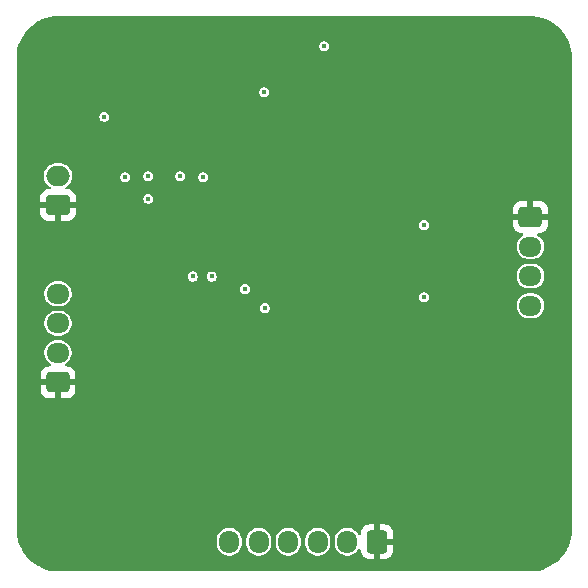
<source format=gbr>
%TF.GenerationSoftware,KiCad,Pcbnew,9.0.7*%
%TF.CreationDate,2026-02-11T09:42:11+01:00*%
%TF.ProjectId,3DN_td_kicad,33444e5f-7464-45f6-9b69-6361642e6b69,1.0*%
%TF.SameCoordinates,Original*%
%TF.FileFunction,Copper,L2,Inr*%
%TF.FilePolarity,Positive*%
%FSLAX46Y46*%
G04 Gerber Fmt 4.6, Leading zero omitted, Abs format (unit mm)*
G04 Created by KiCad (PCBNEW 9.0.7) date 2026-02-11 09:42:11*
%MOMM*%
%LPD*%
G01*
G04 APERTURE LIST*
G04 Aperture macros list*
%AMRoundRect*
0 Rectangle with rounded corners*
0 $1 Rounding radius*
0 $2 $3 $4 $5 $6 $7 $8 $9 X,Y pos of 4 corners*
0 Add a 4 corners polygon primitive as box body*
4,1,4,$2,$3,$4,$5,$6,$7,$8,$9,$2,$3,0*
0 Add four circle primitives for the rounded corners*
1,1,$1+$1,$2,$3*
1,1,$1+$1,$4,$5*
1,1,$1+$1,$6,$7*
1,1,$1+$1,$8,$9*
0 Add four rect primitives between the rounded corners*
20,1,$1+$1,$2,$3,$4,$5,0*
20,1,$1+$1,$4,$5,$6,$7,0*
20,1,$1+$1,$6,$7,$8,$9,0*
20,1,$1+$1,$8,$9,$2,$3,0*%
G04 Aperture macros list end*
%TA.AperFunction,ComponentPad*%
%ADD10RoundRect,0.250000X0.750000X-0.600000X0.750000X0.600000X-0.750000X0.600000X-0.750000X-0.600000X0*%
%TD*%
%TA.AperFunction,ComponentPad*%
%ADD11O,2.000000X1.700000*%
%TD*%
%TA.AperFunction,ComponentPad*%
%ADD12RoundRect,0.250000X-0.725000X0.600000X-0.725000X-0.600000X0.725000X-0.600000X0.725000X0.600000X0*%
%TD*%
%TA.AperFunction,ComponentPad*%
%ADD13O,1.950000X1.700000*%
%TD*%
%TA.AperFunction,ComponentPad*%
%ADD14RoundRect,0.250000X0.600000X0.725000X-0.600000X0.725000X-0.600000X-0.725000X0.600000X-0.725000X0*%
%TD*%
%TA.AperFunction,ComponentPad*%
%ADD15O,1.700000X1.950000*%
%TD*%
%TA.AperFunction,ComponentPad*%
%ADD16RoundRect,0.250000X0.725000X-0.600000X0.725000X0.600000X-0.725000X0.600000X-0.725000X-0.600000X0*%
%TD*%
%TA.AperFunction,ComponentPad*%
%ADD17C,0.800000*%
%TD*%
%TA.AperFunction,ComponentPad*%
%ADD18C,6.400000*%
%TD*%
%TA.AperFunction,ViaPad*%
%ADD19C,0.450000*%
%TD*%
G04 APERTURE END LIST*
D10*
%TO.N,GND*%
%TO.C,J5*%
X100000000Y-112500000D03*
D11*
%TO.N,+5V*%
X100000000Y-110000000D03*
%TD*%
D12*
%TO.N,GND*%
%TO.C,J4*%
X140000000Y-113500000D03*
D13*
%TO.N,/I2C2_SDA*%
X140000000Y-116000000D03*
%TO.N,/I2C2_SCL*%
X140000000Y-118500000D03*
%TO.N,+3.3V*%
X140000000Y-121000000D03*
%TD*%
D14*
%TO.N,GND*%
%TO.C,J3*%
X127000000Y-141000000D03*
D15*
%TO.N,/SPI1_MOSI*%
X124500000Y-141000000D03*
%TO.N,/SPI1_MISO*%
X122000000Y-141000000D03*
%TO.N,/SPI1_SCK*%
X119500000Y-141000000D03*
%TO.N,/SPI1_NSS*%
X117000000Y-141000000D03*
%TO.N,+3.3V*%
X114500000Y-141000000D03*
%TD*%
D16*
%TO.N,GND*%
%TO.C,J2*%
X100000000Y-127500000D03*
D13*
%TO.N,/ADC_IN1*%
X100000000Y-125000000D03*
%TO.N,/ADC_IN0*%
X100000000Y-122500000D03*
%TO.N,+3.3V*%
X100000000Y-120000000D03*
%TD*%
D17*
%TO.N,GND*%
%TO.C,H4*%
X137600000Y-140000000D03*
X138302944Y-138302944D03*
X138302944Y-141697056D03*
X140000000Y-137600000D03*
D18*
X140000000Y-140000000D03*
D17*
X140000000Y-142400000D03*
X141697056Y-138302944D03*
X141697056Y-141697056D03*
X142400000Y-140000000D03*
%TD*%
%TO.N,GND*%
%TO.C,H3*%
X97600000Y-140000000D03*
X98302944Y-138302944D03*
X98302944Y-141697056D03*
X100000000Y-137600000D03*
D18*
X100000000Y-140000000D03*
D17*
X100000000Y-142400000D03*
X101697056Y-138302944D03*
X101697056Y-141697056D03*
X102400000Y-140000000D03*
%TD*%
%TO.N,GND*%
%TO.C,H2*%
X137600000Y-100000000D03*
X138302944Y-98302944D03*
X138302944Y-101697056D03*
X140000000Y-97600000D03*
D18*
X140000000Y-100000000D03*
D17*
X140000000Y-102400000D03*
X141697056Y-98302944D03*
X141697056Y-101697056D03*
X142400000Y-100000000D03*
%TD*%
%TO.N,GND*%
%TO.C,H1*%
X97600000Y-100000000D03*
X98302944Y-98302944D03*
X98302944Y-101697056D03*
X100000000Y-97600000D03*
D18*
X100000000Y-100000000D03*
D17*
X100000000Y-102400000D03*
X101697056Y-98302944D03*
X101697056Y-101697056D03*
X102400000Y-100000000D03*
%TD*%
D19*
%TO.N,/nRST*%
X117460000Y-102950000D03*
X117500000Y-121200000D03*
%TO.N,GND*%
X135000000Y-141875000D03*
X132000000Y-141875000D03*
X111337500Y-121900000D03*
X113000000Y-120262500D03*
X111400000Y-120262500D03*
%TO.N,+3.3V*%
X111400000Y-118537500D03*
X113000000Y-118537500D03*
%TO.N,GND*%
X115825000Y-120400000D03*
%TO.N,+3.3V*%
X115825000Y-119600000D03*
X131000000Y-114187500D03*
X131000000Y-120312500D03*
X122540000Y-99050000D03*
%TO.N,GND*%
X117460000Y-99050000D03*
X121270000Y-99050000D03*
X120000000Y-99050000D03*
X98125000Y-105000000D03*
%TO.N,+3.3V*%
X103912500Y-105000000D03*
%TO.N,GND*%
X112300000Y-111862500D03*
%TO.N,+3.3V*%
X112300000Y-110137500D03*
X110350000Y-110050000D03*
%TO.N,+5V*%
X105700000Y-110137500D03*
%TO.N,GND*%
X105700000Y-111862500D03*
X107650000Y-111000000D03*
%TO.N,+5V*%
X107650000Y-111950000D03*
X107650000Y-110050000D03*
%TD*%
%TA.AperFunction,Conductor*%
%TO.N,GND*%
G36*
X140003032Y-96500648D02*
G01*
X140336929Y-96517052D01*
X140349037Y-96518245D01*
X140452146Y-96533539D01*
X140676699Y-96566849D01*
X140688617Y-96569219D01*
X141009951Y-96649709D01*
X141021588Y-96653240D01*
X141092806Y-96678722D01*
X141333467Y-96764832D01*
X141344688Y-96769479D01*
X141644163Y-96911120D01*
X141654871Y-96916844D01*
X141938988Y-97087137D01*
X141949106Y-97093897D01*
X142215170Y-97291224D01*
X142224576Y-97298944D01*
X142470013Y-97521395D01*
X142478604Y-97529986D01*
X142665755Y-97736475D01*
X142701055Y-97775423D01*
X142708775Y-97784829D01*
X142906102Y-98050893D01*
X142912862Y-98061011D01*
X143041776Y-98276092D01*
X143083148Y-98345116D01*
X143088883Y-98355844D01*
X143229662Y-98653497D01*
X143230514Y-98655297D01*
X143235170Y-98666540D01*
X143346759Y-98978411D01*
X143350292Y-98990055D01*
X143430777Y-99311369D01*
X143433151Y-99323305D01*
X143481754Y-99650962D01*
X143482947Y-99663071D01*
X143499351Y-99996966D01*
X143499500Y-100003051D01*
X143499500Y-139996948D01*
X143499351Y-140003033D01*
X143482947Y-140336928D01*
X143481754Y-140349037D01*
X143433151Y-140676694D01*
X143430777Y-140688630D01*
X143350292Y-141009944D01*
X143346759Y-141021588D01*
X143235170Y-141333459D01*
X143230514Y-141344702D01*
X143088885Y-141644151D01*
X143083148Y-141654883D01*
X142912862Y-141938988D01*
X142906102Y-141949106D01*
X142708775Y-142215170D01*
X142701055Y-142224576D01*
X142478611Y-142470006D01*
X142470006Y-142478611D01*
X142224576Y-142701055D01*
X142215170Y-142708775D01*
X141949106Y-142906102D01*
X141938988Y-142912862D01*
X141654883Y-143083148D01*
X141644151Y-143088885D01*
X141344702Y-143230514D01*
X141333459Y-143235170D01*
X141021588Y-143346759D01*
X141009944Y-143350292D01*
X140688630Y-143430777D01*
X140676694Y-143433151D01*
X140349037Y-143481754D01*
X140336928Y-143482947D01*
X140021989Y-143498419D01*
X140003031Y-143499351D01*
X139996949Y-143499500D01*
X100003051Y-143499500D01*
X99996968Y-143499351D01*
X99976900Y-143498365D01*
X99663071Y-143482947D01*
X99650962Y-143481754D01*
X99323305Y-143433151D01*
X99311369Y-143430777D01*
X98990055Y-143350292D01*
X98978411Y-143346759D01*
X98666540Y-143235170D01*
X98655301Y-143230515D01*
X98355844Y-143088883D01*
X98345121Y-143083150D01*
X98061011Y-142912862D01*
X98050893Y-142906102D01*
X97784829Y-142708775D01*
X97775423Y-142701055D01*
X97736475Y-142665755D01*
X97529986Y-142478604D01*
X97521395Y-142470013D01*
X97298944Y-142224576D01*
X97291224Y-142215170D01*
X97093895Y-141949103D01*
X97087137Y-141938988D01*
X97050401Y-141877697D01*
X96916844Y-141654871D01*
X96911120Y-141644163D01*
X96769479Y-141344688D01*
X96764829Y-141333459D01*
X96653240Y-141021588D01*
X96649707Y-141009943D01*
X96596010Y-140795572D01*
X96589988Y-140771530D01*
X113449500Y-140771530D01*
X113449500Y-141228469D01*
X113489868Y-141431412D01*
X113489870Y-141431420D01*
X113555485Y-141589829D01*
X113569059Y-141622598D01*
X113590631Y-141654883D01*
X113684024Y-141794657D01*
X113830342Y-141940975D01*
X113830345Y-141940977D01*
X114002402Y-142055941D01*
X114193580Y-142135130D01*
X114396530Y-142175499D01*
X114396534Y-142175500D01*
X114396535Y-142175500D01*
X114603466Y-142175500D01*
X114603467Y-142175499D01*
X114806420Y-142135130D01*
X114997598Y-142055941D01*
X115169655Y-141940977D01*
X115315977Y-141794655D01*
X115430941Y-141622598D01*
X115510130Y-141431420D01*
X115550500Y-141228465D01*
X115550500Y-140771535D01*
X115550499Y-140771530D01*
X115949500Y-140771530D01*
X115949500Y-141228469D01*
X115989868Y-141431412D01*
X115989870Y-141431420D01*
X116055485Y-141589829D01*
X116069059Y-141622598D01*
X116090631Y-141654883D01*
X116184024Y-141794657D01*
X116330342Y-141940975D01*
X116330345Y-141940977D01*
X116502402Y-142055941D01*
X116693580Y-142135130D01*
X116896530Y-142175499D01*
X116896534Y-142175500D01*
X116896535Y-142175500D01*
X117103466Y-142175500D01*
X117103467Y-142175499D01*
X117306420Y-142135130D01*
X117497598Y-142055941D01*
X117669655Y-141940977D01*
X117815977Y-141794655D01*
X117930941Y-141622598D01*
X118010130Y-141431420D01*
X118050500Y-141228465D01*
X118050500Y-140771535D01*
X118050499Y-140771530D01*
X118449500Y-140771530D01*
X118449500Y-141228469D01*
X118489868Y-141431412D01*
X118489870Y-141431420D01*
X118555485Y-141589829D01*
X118569059Y-141622598D01*
X118590631Y-141654883D01*
X118684024Y-141794657D01*
X118830342Y-141940975D01*
X118830345Y-141940977D01*
X119002402Y-142055941D01*
X119193580Y-142135130D01*
X119396530Y-142175499D01*
X119396534Y-142175500D01*
X119396535Y-142175500D01*
X119603466Y-142175500D01*
X119603467Y-142175499D01*
X119806420Y-142135130D01*
X119997598Y-142055941D01*
X120169655Y-141940977D01*
X120315977Y-141794655D01*
X120430941Y-141622598D01*
X120510130Y-141431420D01*
X120550500Y-141228465D01*
X120550500Y-140771535D01*
X120550499Y-140771530D01*
X120949500Y-140771530D01*
X120949500Y-141228469D01*
X120989868Y-141431412D01*
X120989870Y-141431420D01*
X121055485Y-141589829D01*
X121069059Y-141622598D01*
X121090631Y-141654883D01*
X121184024Y-141794657D01*
X121330342Y-141940975D01*
X121330345Y-141940977D01*
X121502402Y-142055941D01*
X121693580Y-142135130D01*
X121896530Y-142175499D01*
X121896534Y-142175500D01*
X121896535Y-142175500D01*
X122103466Y-142175500D01*
X122103467Y-142175499D01*
X122306420Y-142135130D01*
X122497598Y-142055941D01*
X122669655Y-141940977D01*
X122815977Y-141794655D01*
X122930941Y-141622598D01*
X123010130Y-141431420D01*
X123050500Y-141228465D01*
X123050500Y-140771535D01*
X123050499Y-140771530D01*
X123449500Y-140771530D01*
X123449500Y-141228469D01*
X123489868Y-141431412D01*
X123489870Y-141431420D01*
X123555485Y-141589829D01*
X123569059Y-141622598D01*
X123590631Y-141654883D01*
X123684024Y-141794657D01*
X123830342Y-141940975D01*
X123830345Y-141940977D01*
X124002402Y-142055941D01*
X124193580Y-142135130D01*
X124396530Y-142175499D01*
X124396534Y-142175500D01*
X124396535Y-142175500D01*
X124603466Y-142175500D01*
X124603467Y-142175499D01*
X124806420Y-142135130D01*
X124997598Y-142055941D01*
X125169655Y-141940977D01*
X125315977Y-141794655D01*
X125422901Y-141634630D01*
X125476509Y-141589829D01*
X125545834Y-141581120D01*
X125608861Y-141611274D01*
X125645581Y-141670717D01*
X125650000Y-141703522D01*
X125650000Y-141774970D01*
X125650001Y-141774987D01*
X125660494Y-141877697D01*
X125715641Y-142044119D01*
X125715643Y-142044124D01*
X125807684Y-142193345D01*
X125931654Y-142317315D01*
X126080875Y-142409356D01*
X126080880Y-142409358D01*
X126247302Y-142464505D01*
X126247309Y-142464506D01*
X126350019Y-142474999D01*
X126749999Y-142474999D01*
X126750000Y-142474998D01*
X126750000Y-141404145D01*
X126816657Y-141442630D01*
X126937465Y-141475000D01*
X127062535Y-141475000D01*
X127183343Y-141442630D01*
X127250000Y-141404145D01*
X127250000Y-142474999D01*
X127649972Y-142474999D01*
X127649986Y-142474998D01*
X127752697Y-142464505D01*
X127919119Y-142409358D01*
X127919124Y-142409356D01*
X128068345Y-142317315D01*
X128192315Y-142193345D01*
X128284356Y-142044124D01*
X128284358Y-142044119D01*
X128339505Y-141877697D01*
X128339506Y-141877690D01*
X128349999Y-141774986D01*
X128350000Y-141774973D01*
X128350000Y-141250000D01*
X127404146Y-141250000D01*
X127442630Y-141183343D01*
X127475000Y-141062535D01*
X127475000Y-140937465D01*
X127442630Y-140816657D01*
X127404146Y-140750000D01*
X128349999Y-140750000D01*
X128349999Y-140225028D01*
X128349998Y-140225013D01*
X128339505Y-140122302D01*
X128284358Y-139955880D01*
X128284356Y-139955875D01*
X128192315Y-139806654D01*
X128068345Y-139682684D01*
X127919124Y-139590643D01*
X127919119Y-139590641D01*
X127752697Y-139535494D01*
X127752690Y-139535493D01*
X127649986Y-139525000D01*
X127250000Y-139525000D01*
X127250000Y-140595854D01*
X127183343Y-140557370D01*
X127062535Y-140525000D01*
X126937465Y-140525000D01*
X126816657Y-140557370D01*
X126750000Y-140595854D01*
X126750000Y-139525000D01*
X126350028Y-139525000D01*
X126350012Y-139525001D01*
X126247302Y-139535494D01*
X126080880Y-139590641D01*
X126080875Y-139590643D01*
X125931654Y-139682684D01*
X125807684Y-139806654D01*
X125715643Y-139955875D01*
X125715641Y-139955880D01*
X125660494Y-140122302D01*
X125660493Y-140122309D01*
X125650000Y-140225013D01*
X125650000Y-140296473D01*
X125630315Y-140363512D01*
X125577511Y-140409267D01*
X125508353Y-140419211D01*
X125444797Y-140390186D01*
X125422898Y-140365363D01*
X125315980Y-140205349D01*
X125315974Y-140205341D01*
X125169657Y-140059024D01*
X125076753Y-139996948D01*
X124997598Y-139944059D01*
X124973574Y-139934108D01*
X124806420Y-139864870D01*
X124806412Y-139864868D01*
X124603469Y-139824500D01*
X124603465Y-139824500D01*
X124396535Y-139824500D01*
X124396530Y-139824500D01*
X124193587Y-139864868D01*
X124193579Y-139864870D01*
X124002403Y-139944058D01*
X123830342Y-140059024D01*
X123684024Y-140205342D01*
X123569058Y-140377403D01*
X123489870Y-140568579D01*
X123489868Y-140568587D01*
X123449500Y-140771530D01*
X123050499Y-140771530D01*
X123010130Y-140568580D01*
X122930941Y-140377402D01*
X122815977Y-140205345D01*
X122815975Y-140205342D01*
X122669657Y-140059024D01*
X122576753Y-139996948D01*
X122497598Y-139944059D01*
X122473574Y-139934108D01*
X122306420Y-139864870D01*
X122306412Y-139864868D01*
X122103469Y-139824500D01*
X122103465Y-139824500D01*
X121896535Y-139824500D01*
X121896530Y-139824500D01*
X121693587Y-139864868D01*
X121693579Y-139864870D01*
X121502403Y-139944058D01*
X121330342Y-140059024D01*
X121184024Y-140205342D01*
X121069058Y-140377403D01*
X120989870Y-140568579D01*
X120989868Y-140568587D01*
X120949500Y-140771530D01*
X120550499Y-140771530D01*
X120510130Y-140568580D01*
X120430941Y-140377402D01*
X120315977Y-140205345D01*
X120315975Y-140205342D01*
X120169657Y-140059024D01*
X120076753Y-139996948D01*
X119997598Y-139944059D01*
X119973574Y-139934108D01*
X119806420Y-139864870D01*
X119806412Y-139864868D01*
X119603469Y-139824500D01*
X119603465Y-139824500D01*
X119396535Y-139824500D01*
X119396530Y-139824500D01*
X119193587Y-139864868D01*
X119193579Y-139864870D01*
X119002403Y-139944058D01*
X118830342Y-140059024D01*
X118684024Y-140205342D01*
X118569058Y-140377403D01*
X118489870Y-140568579D01*
X118489868Y-140568587D01*
X118449500Y-140771530D01*
X118050499Y-140771530D01*
X118010130Y-140568580D01*
X117930941Y-140377402D01*
X117815977Y-140205345D01*
X117815975Y-140205342D01*
X117669657Y-140059024D01*
X117576753Y-139996948D01*
X117497598Y-139944059D01*
X117473574Y-139934108D01*
X117306420Y-139864870D01*
X117306412Y-139864868D01*
X117103469Y-139824500D01*
X117103465Y-139824500D01*
X116896535Y-139824500D01*
X116896530Y-139824500D01*
X116693587Y-139864868D01*
X116693579Y-139864870D01*
X116502403Y-139944058D01*
X116330342Y-140059024D01*
X116184024Y-140205342D01*
X116069058Y-140377403D01*
X115989870Y-140568579D01*
X115989868Y-140568587D01*
X115949500Y-140771530D01*
X115550499Y-140771530D01*
X115510130Y-140568580D01*
X115430941Y-140377402D01*
X115315977Y-140205345D01*
X115315975Y-140205342D01*
X115169657Y-140059024D01*
X115076753Y-139996948D01*
X114997598Y-139944059D01*
X114973574Y-139934108D01*
X114806420Y-139864870D01*
X114806412Y-139864868D01*
X114603469Y-139824500D01*
X114603465Y-139824500D01*
X114396535Y-139824500D01*
X114396530Y-139824500D01*
X114193587Y-139864868D01*
X114193579Y-139864870D01*
X114002403Y-139944058D01*
X113830342Y-140059024D01*
X113684024Y-140205342D01*
X113569058Y-140377403D01*
X113489870Y-140568579D01*
X113489868Y-140568587D01*
X113449500Y-140771530D01*
X96589988Y-140771530D01*
X96574160Y-140708343D01*
X96569219Y-140688617D01*
X96566848Y-140676694D01*
X96544346Y-140525000D01*
X96522453Y-140377403D01*
X96518245Y-140349037D01*
X96517052Y-140336927D01*
X96500649Y-140003032D01*
X96500500Y-139996948D01*
X96500500Y-126850013D01*
X98525000Y-126850013D01*
X98525000Y-127250000D01*
X99595854Y-127250000D01*
X99557370Y-127316657D01*
X99525000Y-127437465D01*
X99525000Y-127562535D01*
X99557370Y-127683343D01*
X99595854Y-127750000D01*
X98525001Y-127750000D01*
X98525001Y-128149986D01*
X98535494Y-128252697D01*
X98590641Y-128419119D01*
X98590643Y-128419124D01*
X98682684Y-128568345D01*
X98806654Y-128692315D01*
X98955875Y-128784356D01*
X98955880Y-128784358D01*
X99122302Y-128839505D01*
X99122309Y-128839506D01*
X99225019Y-128849999D01*
X99749999Y-128849999D01*
X99750000Y-128849998D01*
X99750000Y-127904145D01*
X99816657Y-127942630D01*
X99937465Y-127975000D01*
X100062535Y-127975000D01*
X100183343Y-127942630D01*
X100250000Y-127904145D01*
X100250000Y-128849999D01*
X100774972Y-128849999D01*
X100774986Y-128849998D01*
X100877697Y-128839505D01*
X101044119Y-128784358D01*
X101044124Y-128784356D01*
X101193345Y-128692315D01*
X101317315Y-128568345D01*
X101409356Y-128419124D01*
X101409358Y-128419119D01*
X101464505Y-128252697D01*
X101464506Y-128252690D01*
X101474999Y-128149986D01*
X101475000Y-128149973D01*
X101475000Y-127750000D01*
X100404146Y-127750000D01*
X100442630Y-127683343D01*
X100475000Y-127562535D01*
X100475000Y-127437465D01*
X100442630Y-127316657D01*
X100404146Y-127250000D01*
X101474999Y-127250000D01*
X101474999Y-126850028D01*
X101474998Y-126850013D01*
X101464505Y-126747302D01*
X101409358Y-126580880D01*
X101409356Y-126580875D01*
X101317315Y-126431654D01*
X101193345Y-126307684D01*
X101044124Y-126215643D01*
X101044119Y-126215641D01*
X100877697Y-126160494D01*
X100877690Y-126160493D01*
X100774986Y-126150000D01*
X100703526Y-126150000D01*
X100636487Y-126130315D01*
X100590732Y-126077511D01*
X100580788Y-126008353D01*
X100609813Y-125944797D01*
X100634633Y-125922899D01*
X100794655Y-125815977D01*
X100940977Y-125669655D01*
X101055941Y-125497598D01*
X101135130Y-125306420D01*
X101175500Y-125103465D01*
X101175500Y-124896535D01*
X101135130Y-124693580D01*
X101055941Y-124502402D01*
X100940977Y-124330345D01*
X100940975Y-124330342D01*
X100794657Y-124184024D01*
X100708626Y-124126541D01*
X100622598Y-124069059D01*
X100431420Y-123989870D01*
X100431412Y-123989868D01*
X100228469Y-123949500D01*
X100228465Y-123949500D01*
X99771535Y-123949500D01*
X99771530Y-123949500D01*
X99568587Y-123989868D01*
X99568579Y-123989870D01*
X99377403Y-124069058D01*
X99205342Y-124184024D01*
X99059024Y-124330342D01*
X98944058Y-124502403D01*
X98864870Y-124693579D01*
X98864868Y-124693587D01*
X98824500Y-124896530D01*
X98824500Y-125103469D01*
X98864868Y-125306412D01*
X98864870Y-125306420D01*
X98944058Y-125497596D01*
X99059024Y-125669657D01*
X99205342Y-125815975D01*
X99205345Y-125815977D01*
X99365367Y-125922899D01*
X99410170Y-125976509D01*
X99418878Y-126045834D01*
X99388724Y-126108862D01*
X99329282Y-126145581D01*
X99296477Y-126150000D01*
X99225029Y-126150000D01*
X99225012Y-126150001D01*
X99122302Y-126160494D01*
X98955880Y-126215641D01*
X98955875Y-126215643D01*
X98806654Y-126307684D01*
X98682684Y-126431654D01*
X98590643Y-126580875D01*
X98590641Y-126580880D01*
X98535494Y-126747302D01*
X98535493Y-126747309D01*
X98525000Y-126850013D01*
X96500500Y-126850013D01*
X96500500Y-122396530D01*
X98824500Y-122396530D01*
X98824500Y-122603469D01*
X98864868Y-122806412D01*
X98864870Y-122806420D01*
X98944058Y-122997596D01*
X99059024Y-123169657D01*
X99205342Y-123315975D01*
X99205345Y-123315977D01*
X99377402Y-123430941D01*
X99568580Y-123510130D01*
X99771530Y-123550499D01*
X99771534Y-123550500D01*
X99771535Y-123550500D01*
X100228466Y-123550500D01*
X100228467Y-123550499D01*
X100431420Y-123510130D01*
X100622598Y-123430941D01*
X100794655Y-123315977D01*
X100940977Y-123169655D01*
X101055941Y-122997598D01*
X101135130Y-122806420D01*
X101175500Y-122603465D01*
X101175500Y-122396535D01*
X101135130Y-122193580D01*
X101055941Y-122002402D01*
X100940977Y-121830345D01*
X100940975Y-121830342D01*
X100794657Y-121684024D01*
X100663671Y-121596503D01*
X100622598Y-121569059D01*
X100553607Y-121540482D01*
X100431420Y-121489870D01*
X100431412Y-121489868D01*
X100228469Y-121449500D01*
X100228465Y-121449500D01*
X99771535Y-121449500D01*
X99771530Y-121449500D01*
X99568587Y-121489868D01*
X99568579Y-121489870D01*
X99377403Y-121569058D01*
X99205342Y-121684024D01*
X99059024Y-121830342D01*
X98944058Y-122002403D01*
X98864870Y-122193579D01*
X98864868Y-122193587D01*
X98824500Y-122396530D01*
X96500500Y-122396530D01*
X96500500Y-121143982D01*
X117074500Y-121143982D01*
X117074500Y-121256018D01*
X117103497Y-121364237D01*
X117159515Y-121461263D01*
X117238737Y-121540485D01*
X117335763Y-121596503D01*
X117443982Y-121625500D01*
X117443984Y-121625500D01*
X117556016Y-121625500D01*
X117556018Y-121625500D01*
X117664237Y-121596503D01*
X117761263Y-121540485D01*
X117840485Y-121461263D01*
X117896503Y-121364237D01*
X117925500Y-121256018D01*
X117925500Y-121143982D01*
X117896503Y-121035763D01*
X117848253Y-120952192D01*
X117840489Y-120938743D01*
X117840486Y-120938740D01*
X117840485Y-120938737D01*
X117798278Y-120896530D01*
X138824500Y-120896530D01*
X138824500Y-121103469D01*
X138864868Y-121306412D01*
X138864870Y-121306420D01*
X138944058Y-121497596D01*
X139059024Y-121669657D01*
X139205342Y-121815975D01*
X139205345Y-121815977D01*
X139377402Y-121930941D01*
X139568580Y-122010130D01*
X139771530Y-122050499D01*
X139771534Y-122050500D01*
X139771535Y-122050500D01*
X140228466Y-122050500D01*
X140228467Y-122050499D01*
X140431420Y-122010130D01*
X140622598Y-121930941D01*
X140794655Y-121815977D01*
X140940977Y-121669655D01*
X141055941Y-121497598D01*
X141135130Y-121306420D01*
X141175500Y-121103465D01*
X141175500Y-120896535D01*
X141135130Y-120693580D01*
X141055941Y-120502402D01*
X140940977Y-120330345D01*
X140940975Y-120330342D01*
X140794657Y-120184024D01*
X140708626Y-120126541D01*
X140622598Y-120069059D01*
X140579579Y-120051240D01*
X140431420Y-119989870D01*
X140431412Y-119989868D01*
X140228469Y-119949500D01*
X140228465Y-119949500D01*
X139771535Y-119949500D01*
X139771530Y-119949500D01*
X139568587Y-119989868D01*
X139568579Y-119989870D01*
X139377403Y-120069058D01*
X139205342Y-120184024D01*
X139059024Y-120330342D01*
X138944058Y-120502403D01*
X138864870Y-120693579D01*
X138864868Y-120693587D01*
X138824500Y-120896530D01*
X117798278Y-120896530D01*
X117761263Y-120859515D01*
X117664237Y-120803497D01*
X117556018Y-120774500D01*
X117443982Y-120774500D01*
X117335763Y-120803497D01*
X117335760Y-120803498D01*
X117238740Y-120859513D01*
X117238734Y-120859517D01*
X117159517Y-120938734D01*
X117159513Y-120938740D01*
X117103498Y-121035760D01*
X117103497Y-121035763D01*
X117074500Y-121143982D01*
X96500500Y-121143982D01*
X96500500Y-119896530D01*
X98824500Y-119896530D01*
X98824500Y-120103469D01*
X98864868Y-120306412D01*
X98864870Y-120306420D01*
X98935417Y-120476736D01*
X98944059Y-120497598D01*
X98994952Y-120573765D01*
X99059024Y-120669657D01*
X99205342Y-120815975D01*
X99205345Y-120815977D01*
X99377402Y-120930941D01*
X99568580Y-121010130D01*
X99697432Y-121035760D01*
X99771530Y-121050499D01*
X99771534Y-121050500D01*
X99771535Y-121050500D01*
X100228466Y-121050500D01*
X100228467Y-121050499D01*
X100282431Y-121039765D01*
X100410770Y-121014238D01*
X100420082Y-121012385D01*
X100431420Y-121010130D01*
X100622598Y-120930941D01*
X100794655Y-120815977D01*
X100940977Y-120669655D01*
X101055941Y-120497598D01*
X101135130Y-120306420D01*
X101145063Y-120256482D01*
X130574500Y-120256482D01*
X130574500Y-120368518D01*
X130603497Y-120476737D01*
X130659515Y-120573763D01*
X130738737Y-120652985D01*
X130835763Y-120709003D01*
X130943982Y-120738000D01*
X130943984Y-120738000D01*
X131056016Y-120738000D01*
X131056018Y-120738000D01*
X131164237Y-120709003D01*
X131261263Y-120652985D01*
X131340485Y-120573763D01*
X131396503Y-120476737D01*
X131425500Y-120368518D01*
X131425500Y-120256482D01*
X131396503Y-120148263D01*
X131340485Y-120051237D01*
X131261263Y-119972015D01*
X131164237Y-119915997D01*
X131056018Y-119887000D01*
X130943982Y-119887000D01*
X130835763Y-119915997D01*
X130835760Y-119915998D01*
X130738740Y-119972013D01*
X130738734Y-119972017D01*
X130659517Y-120051234D01*
X130659513Y-120051240D01*
X130603498Y-120148260D01*
X130603497Y-120148263D01*
X130574500Y-120256482D01*
X101145063Y-120256482D01*
X101175500Y-120103465D01*
X101175500Y-119896535D01*
X101135130Y-119693580D01*
X101135128Y-119693575D01*
X101089454Y-119583307D01*
X101073165Y-119543982D01*
X115399500Y-119543982D01*
X115399500Y-119656018D01*
X115428497Y-119764237D01*
X115484515Y-119861263D01*
X115563737Y-119940485D01*
X115660763Y-119996503D01*
X115768982Y-120025500D01*
X115768984Y-120025500D01*
X115881016Y-120025500D01*
X115881018Y-120025500D01*
X115989237Y-119996503D01*
X116086263Y-119940485D01*
X116165485Y-119861263D01*
X116221503Y-119764237D01*
X116250500Y-119656018D01*
X116250500Y-119543982D01*
X116221503Y-119435763D01*
X116165485Y-119338737D01*
X116086263Y-119259515D01*
X115989237Y-119203497D01*
X115881018Y-119174500D01*
X115768982Y-119174500D01*
X115660763Y-119203497D01*
X115660760Y-119203498D01*
X115563740Y-119259513D01*
X115563734Y-119259517D01*
X115484517Y-119338734D01*
X115484513Y-119338740D01*
X115428498Y-119435760D01*
X115428497Y-119435763D01*
X115399500Y-119543982D01*
X101073165Y-119543982D01*
X101055942Y-119502404D01*
X101011414Y-119435763D01*
X100940977Y-119330345D01*
X100940975Y-119330342D01*
X100794657Y-119184024D01*
X100708626Y-119126541D01*
X100622598Y-119069059D01*
X100431420Y-118989870D01*
X100431412Y-118989868D01*
X100228469Y-118949500D01*
X100228465Y-118949500D01*
X99771535Y-118949500D01*
X99771530Y-118949500D01*
X99568587Y-118989868D01*
X99568579Y-118989870D01*
X99377403Y-119069058D01*
X99205342Y-119184024D01*
X99059024Y-119330342D01*
X98944058Y-119502403D01*
X98864870Y-119693579D01*
X98864868Y-119693587D01*
X98824500Y-119896530D01*
X96500500Y-119896530D01*
X96500500Y-118481482D01*
X110974500Y-118481482D01*
X110974500Y-118593518D01*
X111003497Y-118701737D01*
X111059515Y-118798763D01*
X111138737Y-118877985D01*
X111235763Y-118934003D01*
X111343982Y-118963000D01*
X111343984Y-118963000D01*
X111456016Y-118963000D01*
X111456018Y-118963000D01*
X111564237Y-118934003D01*
X111661263Y-118877985D01*
X111740485Y-118798763D01*
X111796503Y-118701737D01*
X111825500Y-118593518D01*
X111825500Y-118481482D01*
X112574500Y-118481482D01*
X112574500Y-118593518D01*
X112603497Y-118701737D01*
X112659515Y-118798763D01*
X112738737Y-118877985D01*
X112835763Y-118934003D01*
X112943982Y-118963000D01*
X112943984Y-118963000D01*
X113056016Y-118963000D01*
X113056018Y-118963000D01*
X113164237Y-118934003D01*
X113261263Y-118877985D01*
X113340485Y-118798763D01*
X113396503Y-118701737D01*
X113425500Y-118593518D01*
X113425500Y-118481482D01*
X113402737Y-118396530D01*
X138824500Y-118396530D01*
X138824500Y-118603469D01*
X138864868Y-118806412D01*
X138864870Y-118806420D01*
X138944058Y-118997596D01*
X139059024Y-119169657D01*
X139205342Y-119315975D01*
X139205345Y-119315977D01*
X139377402Y-119430941D01*
X139568580Y-119510130D01*
X139738767Y-119543982D01*
X139771530Y-119550499D01*
X139771534Y-119550500D01*
X139771535Y-119550500D01*
X140228466Y-119550500D01*
X140228467Y-119550499D01*
X140431420Y-119510130D01*
X140622598Y-119430941D01*
X140794655Y-119315977D01*
X140940977Y-119169655D01*
X141055941Y-118997598D01*
X141135130Y-118806420D01*
X141175500Y-118603465D01*
X141175500Y-118396535D01*
X141135130Y-118193580D01*
X141055941Y-118002402D01*
X140940977Y-117830345D01*
X140940975Y-117830342D01*
X140794657Y-117684024D01*
X140708626Y-117626541D01*
X140622598Y-117569059D01*
X140431420Y-117489870D01*
X140431412Y-117489868D01*
X140228469Y-117449500D01*
X140228465Y-117449500D01*
X139771535Y-117449500D01*
X139771530Y-117449500D01*
X139568587Y-117489868D01*
X139568579Y-117489870D01*
X139377403Y-117569058D01*
X139205342Y-117684024D01*
X139059024Y-117830342D01*
X138944058Y-118002403D01*
X138864870Y-118193579D01*
X138864868Y-118193587D01*
X138824500Y-118396530D01*
X113402737Y-118396530D01*
X113396503Y-118373263D01*
X113340485Y-118276237D01*
X113261263Y-118197015D01*
X113164237Y-118140997D01*
X113056018Y-118112000D01*
X112943982Y-118112000D01*
X112835763Y-118140997D01*
X112835760Y-118140998D01*
X112738740Y-118197013D01*
X112738734Y-118197017D01*
X112659517Y-118276234D01*
X112659513Y-118276240D01*
X112603498Y-118373260D01*
X112603497Y-118373263D01*
X112574500Y-118481482D01*
X111825500Y-118481482D01*
X111796503Y-118373263D01*
X111740485Y-118276237D01*
X111661263Y-118197015D01*
X111564237Y-118140997D01*
X111456018Y-118112000D01*
X111343982Y-118112000D01*
X111235763Y-118140997D01*
X111235760Y-118140998D01*
X111138740Y-118197013D01*
X111138734Y-118197017D01*
X111059517Y-118276234D01*
X111059513Y-118276240D01*
X111003498Y-118373260D01*
X111003497Y-118373263D01*
X110974500Y-118481482D01*
X96500500Y-118481482D01*
X96500500Y-114131482D01*
X130574500Y-114131482D01*
X130574500Y-114243518D01*
X130603497Y-114351737D01*
X130659515Y-114448763D01*
X130738737Y-114527985D01*
X130835763Y-114584003D01*
X130943982Y-114613000D01*
X130943984Y-114613000D01*
X131056016Y-114613000D01*
X131056018Y-114613000D01*
X131164237Y-114584003D01*
X131261263Y-114527985D01*
X131340485Y-114448763D01*
X131396503Y-114351737D01*
X131425500Y-114243518D01*
X131425500Y-114131482D01*
X131396503Y-114023263D01*
X131340485Y-113926237D01*
X131261263Y-113847015D01*
X131164237Y-113790997D01*
X131056018Y-113762000D01*
X130943982Y-113762000D01*
X130835763Y-113790997D01*
X130835760Y-113790998D01*
X130738740Y-113847013D01*
X130738734Y-113847017D01*
X130659517Y-113926234D01*
X130659513Y-113926240D01*
X130603498Y-114023260D01*
X130603497Y-114023263D01*
X130574500Y-114131482D01*
X96500500Y-114131482D01*
X96500500Y-111850013D01*
X98500000Y-111850013D01*
X98500000Y-112250000D01*
X99566988Y-112250000D01*
X99534075Y-112307007D01*
X99500000Y-112434174D01*
X99500000Y-112565826D01*
X99534075Y-112692993D01*
X99566988Y-112750000D01*
X98500001Y-112750000D01*
X98500001Y-113149986D01*
X98510494Y-113252697D01*
X98565641Y-113419119D01*
X98565643Y-113419124D01*
X98657684Y-113568345D01*
X98781654Y-113692315D01*
X98930875Y-113784356D01*
X98930880Y-113784358D01*
X99097302Y-113839505D01*
X99097309Y-113839506D01*
X99200019Y-113849999D01*
X99749999Y-113849999D01*
X99750000Y-113849998D01*
X99750000Y-112933012D01*
X99807007Y-112965925D01*
X99934174Y-113000000D01*
X100065826Y-113000000D01*
X100192993Y-112965925D01*
X100250000Y-112933012D01*
X100250000Y-113849999D01*
X100799972Y-113849999D01*
X100799986Y-113849998D01*
X100902697Y-113839505D01*
X101069119Y-113784358D01*
X101069124Y-113784356D01*
X101218345Y-113692315D01*
X101342315Y-113568345D01*
X101434356Y-113419124D01*
X101434358Y-113419119D01*
X101489505Y-113252697D01*
X101489506Y-113252690D01*
X101499999Y-113149986D01*
X101500000Y-113149973D01*
X101500000Y-112850013D01*
X138525000Y-112850013D01*
X138525000Y-113250000D01*
X139595854Y-113250000D01*
X139557370Y-113316657D01*
X139525000Y-113437465D01*
X139525000Y-113562535D01*
X139557370Y-113683343D01*
X139595854Y-113750000D01*
X138525001Y-113750000D01*
X138525001Y-114149986D01*
X138535494Y-114252697D01*
X138590641Y-114419119D01*
X138590643Y-114419124D01*
X138682684Y-114568345D01*
X138806654Y-114692315D01*
X138955875Y-114784356D01*
X138955880Y-114784358D01*
X139122302Y-114839505D01*
X139122309Y-114839506D01*
X139225019Y-114849999D01*
X139296471Y-114849999D01*
X139363511Y-114869683D01*
X139409267Y-114922486D01*
X139419211Y-114991644D01*
X139390187Y-115055200D01*
X139365364Y-115077101D01*
X139205345Y-115184022D01*
X139205341Y-115184025D01*
X139059024Y-115330342D01*
X138944058Y-115502403D01*
X138864870Y-115693579D01*
X138864868Y-115693587D01*
X138824500Y-115896530D01*
X138824500Y-116103469D01*
X138864868Y-116306412D01*
X138864870Y-116306420D01*
X138944058Y-116497596D01*
X139059024Y-116669657D01*
X139205342Y-116815975D01*
X139205345Y-116815977D01*
X139377402Y-116930941D01*
X139568580Y-117010130D01*
X139771530Y-117050499D01*
X139771534Y-117050500D01*
X139771535Y-117050500D01*
X140228466Y-117050500D01*
X140228467Y-117050499D01*
X140431420Y-117010130D01*
X140622598Y-116930941D01*
X140794655Y-116815977D01*
X140940977Y-116669655D01*
X141055941Y-116497598D01*
X141135130Y-116306420D01*
X141175500Y-116103465D01*
X141175500Y-115896535D01*
X141135130Y-115693580D01*
X141055941Y-115502402D01*
X140940977Y-115330345D01*
X140940975Y-115330342D01*
X140794657Y-115184024D01*
X140749618Y-115153930D01*
X140634632Y-115077100D01*
X140589829Y-115023490D01*
X140581121Y-114954165D01*
X140611275Y-114891137D01*
X140670718Y-114854417D01*
X140703524Y-114849999D01*
X140774971Y-114849999D01*
X140774987Y-114849998D01*
X140877697Y-114839505D01*
X141044119Y-114784358D01*
X141044124Y-114784356D01*
X141193345Y-114692315D01*
X141317315Y-114568345D01*
X141409356Y-114419124D01*
X141409358Y-114419119D01*
X141464505Y-114252697D01*
X141464506Y-114252690D01*
X141474999Y-114149986D01*
X141475000Y-114149973D01*
X141475000Y-113750000D01*
X140404146Y-113750000D01*
X140442630Y-113683343D01*
X140475000Y-113562535D01*
X140475000Y-113437465D01*
X140442630Y-113316657D01*
X140404146Y-113250000D01*
X141474999Y-113250000D01*
X141474999Y-112850028D01*
X141474998Y-112850013D01*
X141464505Y-112747302D01*
X141409358Y-112580880D01*
X141409356Y-112580875D01*
X141317315Y-112431654D01*
X141193345Y-112307684D01*
X141044124Y-112215643D01*
X141044119Y-112215641D01*
X140877697Y-112160494D01*
X140877690Y-112160493D01*
X140774986Y-112150000D01*
X140250000Y-112150000D01*
X140250000Y-113095854D01*
X140183343Y-113057370D01*
X140062535Y-113025000D01*
X139937465Y-113025000D01*
X139816657Y-113057370D01*
X139750000Y-113095854D01*
X139750000Y-112150000D01*
X139225028Y-112150000D01*
X139225012Y-112150001D01*
X139122302Y-112160494D01*
X138955880Y-112215641D01*
X138955875Y-112215643D01*
X138806654Y-112307684D01*
X138682684Y-112431654D01*
X138590643Y-112580875D01*
X138590641Y-112580880D01*
X138535494Y-112747302D01*
X138535493Y-112747309D01*
X138525000Y-112850013D01*
X101500000Y-112850013D01*
X101500000Y-112750000D01*
X100433012Y-112750000D01*
X100465925Y-112692993D01*
X100500000Y-112565826D01*
X100500000Y-112434174D01*
X100465925Y-112307007D01*
X100433012Y-112250000D01*
X101499999Y-112250000D01*
X101499999Y-111893982D01*
X107224500Y-111893982D01*
X107224500Y-112006018D01*
X107253497Y-112114237D01*
X107309515Y-112211263D01*
X107388737Y-112290485D01*
X107485763Y-112346503D01*
X107593982Y-112375500D01*
X107593984Y-112375500D01*
X107706016Y-112375500D01*
X107706018Y-112375500D01*
X107814237Y-112346503D01*
X107911263Y-112290485D01*
X107990485Y-112211263D01*
X108046503Y-112114237D01*
X108075500Y-112006018D01*
X108075500Y-111893982D01*
X108046503Y-111785763D01*
X107990485Y-111688737D01*
X107911263Y-111609515D01*
X107814237Y-111553497D01*
X107706018Y-111524500D01*
X107593982Y-111524500D01*
X107485763Y-111553497D01*
X107485760Y-111553498D01*
X107388740Y-111609513D01*
X107388734Y-111609517D01*
X107309517Y-111688734D01*
X107309513Y-111688740D01*
X107253498Y-111785760D01*
X107253497Y-111785763D01*
X107224500Y-111893982D01*
X101499999Y-111893982D01*
X101499999Y-111850028D01*
X101499998Y-111850013D01*
X101489505Y-111747302D01*
X101434358Y-111580880D01*
X101434356Y-111580875D01*
X101342315Y-111431654D01*
X101218345Y-111307684D01*
X101069124Y-111215643D01*
X101069119Y-111215641D01*
X100902697Y-111160494D01*
X100902690Y-111160493D01*
X100799986Y-111150000D01*
X100728526Y-111150000D01*
X100661487Y-111130315D01*
X100615732Y-111077511D01*
X100605788Y-111008353D01*
X100634813Y-110944797D01*
X100659633Y-110922899D01*
X100819655Y-110815977D01*
X100965977Y-110669655D01*
X101080941Y-110497598D01*
X101160130Y-110306420D01*
X101200500Y-110103465D01*
X101200500Y-110081482D01*
X105274500Y-110081482D01*
X105274500Y-110193518D01*
X105280052Y-110214236D01*
X105303497Y-110301736D01*
X105303498Y-110301739D01*
X105308997Y-110311263D01*
X105359515Y-110398763D01*
X105438737Y-110477985D01*
X105535763Y-110534003D01*
X105643982Y-110563000D01*
X105643984Y-110563000D01*
X105756016Y-110563000D01*
X105756018Y-110563000D01*
X105864237Y-110534003D01*
X105961263Y-110477985D01*
X106040485Y-110398763D01*
X106096503Y-110301737D01*
X106125500Y-110193518D01*
X106125500Y-110081482D01*
X106102055Y-109993982D01*
X107224500Y-109993982D01*
X107224500Y-110106018D01*
X107253497Y-110214237D01*
X107309515Y-110311263D01*
X107388737Y-110390485D01*
X107485763Y-110446503D01*
X107593982Y-110475500D01*
X107593984Y-110475500D01*
X107706016Y-110475500D01*
X107706018Y-110475500D01*
X107814237Y-110446503D01*
X107911263Y-110390485D01*
X107990485Y-110311263D01*
X108046503Y-110214237D01*
X108075500Y-110106018D01*
X108075500Y-109993982D01*
X109924500Y-109993982D01*
X109924500Y-110106018D01*
X109953497Y-110214237D01*
X110009515Y-110311263D01*
X110088737Y-110390485D01*
X110185763Y-110446503D01*
X110293982Y-110475500D01*
X110293984Y-110475500D01*
X110406016Y-110475500D01*
X110406018Y-110475500D01*
X110514237Y-110446503D01*
X110611263Y-110390485D01*
X110690485Y-110311263D01*
X110746503Y-110214237D01*
X110775500Y-110106018D01*
X110775500Y-110081482D01*
X111874500Y-110081482D01*
X111874500Y-110193518D01*
X111880052Y-110214236D01*
X111903497Y-110301736D01*
X111903498Y-110301739D01*
X111908997Y-110311263D01*
X111959515Y-110398763D01*
X112038737Y-110477985D01*
X112135763Y-110534003D01*
X112243982Y-110563000D01*
X112243984Y-110563000D01*
X112356016Y-110563000D01*
X112356018Y-110563000D01*
X112464237Y-110534003D01*
X112561263Y-110477985D01*
X112640485Y-110398763D01*
X112696503Y-110301737D01*
X112725500Y-110193518D01*
X112725500Y-110081482D01*
X112696503Y-109973263D01*
X112640485Y-109876237D01*
X112561263Y-109797015D01*
X112464237Y-109740997D01*
X112356018Y-109712000D01*
X112243982Y-109712000D01*
X112135763Y-109740997D01*
X112135760Y-109740998D01*
X112038740Y-109797013D01*
X112038734Y-109797017D01*
X111959517Y-109876234D01*
X111959513Y-109876240D01*
X111903498Y-109973260D01*
X111903498Y-109973261D01*
X111903497Y-109973263D01*
X111874500Y-110081482D01*
X110775500Y-110081482D01*
X110775500Y-109993982D01*
X110746503Y-109885763D01*
X110690485Y-109788737D01*
X110611263Y-109709515D01*
X110514237Y-109653497D01*
X110406018Y-109624500D01*
X110293982Y-109624500D01*
X110185763Y-109653497D01*
X110185760Y-109653498D01*
X110088740Y-109709513D01*
X110088734Y-109709517D01*
X110009517Y-109788734D01*
X110009513Y-109788740D01*
X109953498Y-109885760D01*
X109953497Y-109885763D01*
X109924500Y-109993982D01*
X108075500Y-109993982D01*
X108046503Y-109885763D01*
X107990485Y-109788737D01*
X107911263Y-109709515D01*
X107814237Y-109653497D01*
X107706018Y-109624500D01*
X107593982Y-109624500D01*
X107485763Y-109653497D01*
X107485760Y-109653498D01*
X107388740Y-109709513D01*
X107388734Y-109709517D01*
X107309517Y-109788734D01*
X107309513Y-109788740D01*
X107253498Y-109885760D01*
X107253497Y-109885763D01*
X107224500Y-109993982D01*
X106102055Y-109993982D01*
X106096503Y-109973263D01*
X106040485Y-109876237D01*
X105961263Y-109797015D01*
X105864237Y-109740997D01*
X105756018Y-109712000D01*
X105643982Y-109712000D01*
X105535763Y-109740997D01*
X105535760Y-109740998D01*
X105438740Y-109797013D01*
X105438734Y-109797017D01*
X105359517Y-109876234D01*
X105359513Y-109876240D01*
X105303498Y-109973260D01*
X105303498Y-109973261D01*
X105303497Y-109973263D01*
X105274500Y-110081482D01*
X101200500Y-110081482D01*
X101200500Y-109896535D01*
X101160130Y-109693580D01*
X101080941Y-109502402D01*
X100965977Y-109330345D01*
X100965975Y-109330342D01*
X100819657Y-109184024D01*
X100733626Y-109126541D01*
X100647598Y-109069059D01*
X100456420Y-108989870D01*
X100456412Y-108989868D01*
X100253469Y-108949500D01*
X100253465Y-108949500D01*
X99746535Y-108949500D01*
X99746530Y-108949500D01*
X99543587Y-108989868D01*
X99543579Y-108989870D01*
X99352403Y-109069058D01*
X99180342Y-109184024D01*
X99034024Y-109330342D01*
X98919058Y-109502403D01*
X98839870Y-109693579D01*
X98839868Y-109693587D01*
X98799500Y-109896530D01*
X98799500Y-110103469D01*
X98839868Y-110306412D01*
X98839870Y-110306420D01*
X98919058Y-110497596D01*
X99034024Y-110669657D01*
X99180342Y-110815975D01*
X99180345Y-110815977D01*
X99340367Y-110922899D01*
X99385170Y-110976509D01*
X99393878Y-111045834D01*
X99363724Y-111108862D01*
X99304282Y-111145581D01*
X99271477Y-111150000D01*
X99200029Y-111150000D01*
X99200012Y-111150001D01*
X99097302Y-111160494D01*
X98930880Y-111215641D01*
X98930875Y-111215643D01*
X98781654Y-111307684D01*
X98657684Y-111431654D01*
X98565643Y-111580875D01*
X98565641Y-111580880D01*
X98510494Y-111747302D01*
X98510493Y-111747309D01*
X98500000Y-111850013D01*
X96500500Y-111850013D01*
X96500500Y-104943982D01*
X103487000Y-104943982D01*
X103487000Y-105056018D01*
X103515997Y-105164237D01*
X103572015Y-105261263D01*
X103651237Y-105340485D01*
X103748263Y-105396503D01*
X103856482Y-105425500D01*
X103856484Y-105425500D01*
X103968516Y-105425500D01*
X103968518Y-105425500D01*
X104076737Y-105396503D01*
X104173763Y-105340485D01*
X104252985Y-105261263D01*
X104309003Y-105164237D01*
X104338000Y-105056018D01*
X104338000Y-104943982D01*
X104309003Y-104835763D01*
X104252985Y-104738737D01*
X104173763Y-104659515D01*
X104076737Y-104603497D01*
X103968518Y-104574500D01*
X103856482Y-104574500D01*
X103748263Y-104603497D01*
X103748260Y-104603498D01*
X103651240Y-104659513D01*
X103651234Y-104659517D01*
X103572017Y-104738734D01*
X103572013Y-104738740D01*
X103515998Y-104835760D01*
X103515997Y-104835763D01*
X103487000Y-104943982D01*
X96500500Y-104943982D01*
X96500500Y-102893982D01*
X117034500Y-102893982D01*
X117034500Y-103006018D01*
X117063497Y-103114237D01*
X117119515Y-103211263D01*
X117198737Y-103290485D01*
X117295763Y-103346503D01*
X117403982Y-103375500D01*
X117403984Y-103375500D01*
X117516016Y-103375500D01*
X117516018Y-103375500D01*
X117624237Y-103346503D01*
X117721263Y-103290485D01*
X117800485Y-103211263D01*
X117856503Y-103114237D01*
X117885500Y-103006018D01*
X117885500Y-102893982D01*
X117856503Y-102785763D01*
X117800485Y-102688737D01*
X117721263Y-102609515D01*
X117624237Y-102553497D01*
X117516018Y-102524500D01*
X117403982Y-102524500D01*
X117295763Y-102553497D01*
X117295760Y-102553498D01*
X117198740Y-102609513D01*
X117198734Y-102609517D01*
X117119517Y-102688734D01*
X117119513Y-102688740D01*
X117063498Y-102785760D01*
X117063497Y-102785763D01*
X117034500Y-102893982D01*
X96500500Y-102893982D01*
X96500500Y-100003051D01*
X96500649Y-99996967D01*
X96517052Y-99663072D01*
X96518245Y-99650962D01*
X96544272Y-99475500D01*
X96566849Y-99323296D01*
X96569218Y-99311385D01*
X96648723Y-98993982D01*
X122114500Y-98993982D01*
X122114500Y-99106018D01*
X122143497Y-99214237D01*
X122199515Y-99311263D01*
X122278737Y-99390485D01*
X122375763Y-99446503D01*
X122483982Y-99475500D01*
X122483984Y-99475500D01*
X122596016Y-99475500D01*
X122596018Y-99475500D01*
X122704237Y-99446503D01*
X122801263Y-99390485D01*
X122880485Y-99311263D01*
X122936503Y-99214237D01*
X122965500Y-99106018D01*
X122965500Y-98993982D01*
X122936503Y-98885763D01*
X122880485Y-98788737D01*
X122801263Y-98709515D01*
X122726828Y-98666540D01*
X122704239Y-98653498D01*
X122704238Y-98653497D01*
X122704237Y-98653497D01*
X122596018Y-98624500D01*
X122483982Y-98624500D01*
X122375763Y-98653497D01*
X122375760Y-98653498D01*
X122278740Y-98709513D01*
X122278734Y-98709517D01*
X122199517Y-98788734D01*
X122199513Y-98788740D01*
X122143498Y-98885760D01*
X122143497Y-98885763D01*
X122114500Y-98993982D01*
X96648723Y-98993982D01*
X96649710Y-98990043D01*
X96653234Y-98978425D01*
X96764835Y-98666525D01*
X96769476Y-98655318D01*
X96911124Y-98355828D01*
X96916840Y-98345136D01*
X97087145Y-98060998D01*
X97093888Y-98050905D01*
X97291232Y-97784818D01*
X97298935Y-97775433D01*
X97521405Y-97529975D01*
X97529975Y-97521405D01*
X97775433Y-97298935D01*
X97784818Y-97291232D01*
X98050905Y-97093888D01*
X98060998Y-97087145D01*
X98345136Y-96916840D01*
X98355828Y-96911124D01*
X98655318Y-96769476D01*
X98666525Y-96764835D01*
X98978412Y-96653239D01*
X98990043Y-96649710D01*
X99311385Y-96569218D01*
X99323296Y-96566849D01*
X99650962Y-96518244D01*
X99663068Y-96517052D01*
X99996967Y-96500648D01*
X100003051Y-96500500D01*
X100065892Y-96500500D01*
X139934108Y-96500500D01*
X139996949Y-96500500D01*
X140003032Y-96500648D01*
G37*
%TD.AperFunction*%
%TD*%
M02*

</source>
